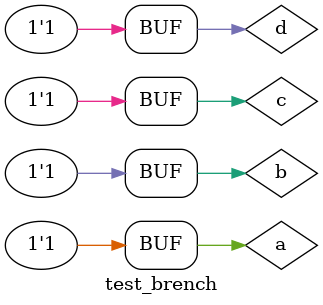
<source format=v>
/*
    Recuperação_01 - Questão 1
    806454 - Yago Almeida Melo
*/

module Q01a (output S1, input a, input b, input c, input d);
    assign S1 = (~a & ~b & ~c & ~d) | (~a & ~b & ~c & d) | (~a & ~b & c & ~d) | (~a & ~b & c & d) |
    (~a & b & ~c & d) | (a & ~b & ~c & ~d) | (a & b & ~c & d);
endmodule

module Q01b (output S2, input A, input B, input C, input D);
    assign S2 = (A | ~B | C | D) & (A | ~B | ~C | D) & (A | ~B | ~C | ~D) & (~A | B | C | ~D) &
    (~A | B | ~C | D) & (~A | B | ~C | ~D) & (~A | ~B | C | D) & (~A | ~B | ~C | D) & (~A | ~B | ~C | ~D);
endmodule

module Q01c ( output S3, input a, input b, input c, input d);
    assign S3 = (~a & ~b) | (b & ~c & d) | (~b & ~c & ~d);
endmodule

module Q01d (output S4, input A, input B, input C, input D);
    assign S4 = (~B | ~C) & (~A | B | ~C) & (~A | B | ~D) & (~B | C | D);
endmodule

module Q01e(output s,
    input a, 
    input b,
    input c,
    input d);

    wire nand1, nand2, nand3, nand4, nand5, nand6, nand7, nand8;

    // 0
    assign nand1 = ~(~a & ~b & ~c & ~d);

    // 1
    assign nand2 = ~(~a & ~b & ~c & d);

    // 2
    assign nand3 = ~(~a & ~b & c & ~d);

    // 3
    assign nand4 = ~(~a & ~b & c & d);

    // 5
    assign nand5 = ~(~a & b & ~c & d);

    // 8
    assign nand6 = ~(a & ~b & ~c & ~d);

    // 13
    assign nand7 = ~(a & b & ~c & d);

    assign s = nand1 | nand2 | nand3 | nand4 | nand5 | nand6 | nand7;
endmodule

module Q01f (output s,
    input A, 
    input B,
    input C, 
    input D);

    wire nor1, nor2, nor3, nor4, nor5, nor6, nor7, nor8, nor9;

    // 4
    assign nor1 = ~(A | ~B | C | D);

    // 6
    assign nor2 = ~(A | ~B | ~C | D);

    // 7
    assign nor3 = ~(A | ~B | ~C | ~D);

    // 9
    assign nor4 = ~(~A | B | C | ~D);

    // 10
    assign nor5 = ~(~A | B | ~C | D);

    // 11
    assign nor6 = ~(~A | B | ~C | ~D);

    // 12
    assign nor7 = ~(~A | ~B | C | D);

    // 14
    assign nor8 = ~(~A | ~B | ~C | D);

    // 15
    assign nor9 = ~(~A | ~B | ~C | ~D);

    assign s = nor1 & nor2 & nor3 & nor4 & nor5 & nor6 & nor7 & nor8 & nor9; 
endmodule

module test_brench;
    reg a, b, c, d;
    wire s1, s2, s3, s4, s5, s6;

    Q01a QA (s1, a, b, c, d);
    Q01b QB (s2, a, b, c, d);
    Q01c QC (s3, a, b, c, d);
    Q01d QD (s4, a, b, c, d);
    Q01e QE (s5, a, b, c, d);
    Q01f QF (s6, a, b, c, d);


    initial begin
    $display("a / b / c / d / s1/ s2/ s3/ s4/ s5");
    $monitor("%b %b %b %b %b %b %b %b %b %b", a, b, c, d, s1, s2, s3, s4, s5, s6);
	a = 1'b0; b = 1'b0; c = 1'b0; d = 1'b0;
	#1
	a = 1'b0; b = 1'b0; c = 1'b0; d = 1'b1;
	#1
    a = 1'b0; b = 1'b0; c = 1'b1; d = 1'b0;
	#1
    a = 1'b0; b = 1'b0; c = 1'b1; d = 1'b1;
	#1
    a = 1'b0; b = 1'b1; c = 1'b0; d = 1'b0;
	#1
    a = 1'b0; b = 1'b1; c = 1'b0; d = 1'b1;
	#1
    a = 1'b0; b = 1'b1; c = 1'b1; d = 1'b0;
	#1
    a = 1'b0; b = 1'b1; c = 1'b1; d = 1'b1;
	#1
    a = 1'b1; b = 1'b0; c = 1'b0; d = 1'b0;
	#1
    a = 1'b1; b = 1'b0; c = 1'b0; d = 1'b1;
	#1
    a = 1'b1; b = 1'b0; c = 1'b1; d = 1'b0;
	#1
    a = 1'b1; b = 1'b0; c = 1'b1; d = 1'b1;
	#1
    a = 1'b1; b = 1'b1; c = 1'b0; d = 1'b0;
	#1
    a = 1'b1; b = 1'b1; c = 1'b0; d = 1'b1;
	#1
    a = 1'b1; b = 1'b1; c = 1'b1; d = 1'b0;
    #1
    a = 1'b1; b = 1'b1; c = 1'b1; d = 1'b1;
    end
endmodule
</source>
